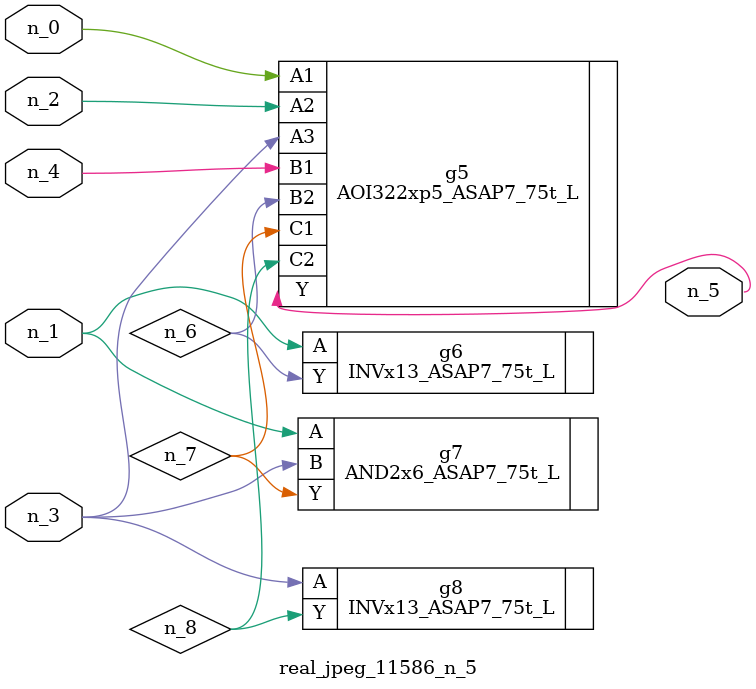
<source format=v>
module real_jpeg_11586_n_5 (n_4, n_0, n_1, n_2, n_3, n_5);

input n_4;
input n_0;
input n_1;
input n_2;
input n_3;

output n_5;

wire n_8;
wire n_6;
wire n_7;

AOI322xp5_ASAP7_75t_L g5 ( 
.A1(n_0),
.A2(n_2),
.A3(n_3),
.B1(n_4),
.B2(n_6),
.C1(n_7),
.C2(n_8),
.Y(n_5)
);

INVx13_ASAP7_75t_L g6 ( 
.A(n_1),
.Y(n_6)
);

AND2x6_ASAP7_75t_L g7 ( 
.A(n_1),
.B(n_3),
.Y(n_7)
);

INVx13_ASAP7_75t_L g8 ( 
.A(n_3),
.Y(n_8)
);


endmodule
</source>
